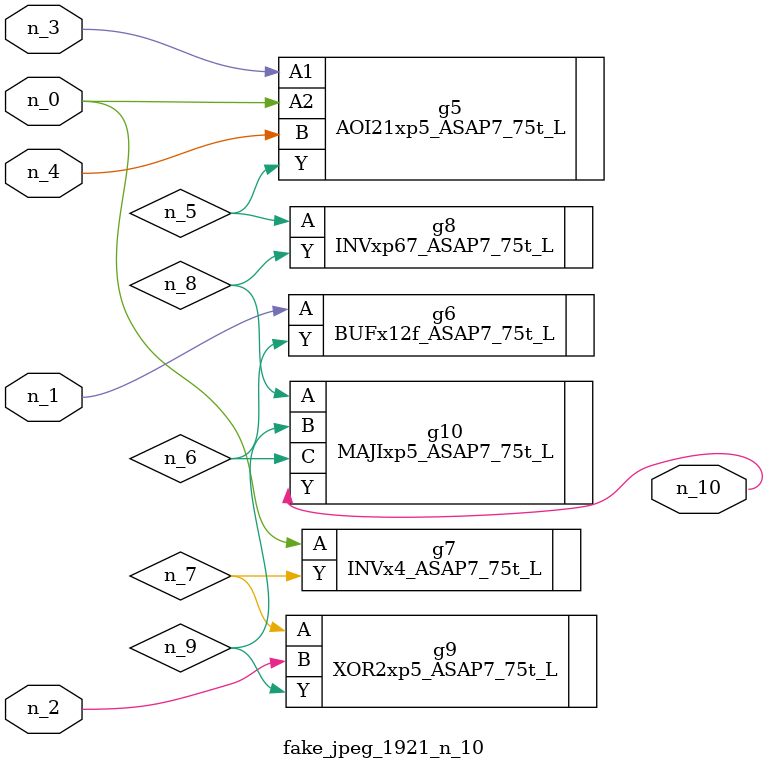
<source format=v>
module fake_jpeg_1921_n_10 (n_3, n_2, n_1, n_0, n_4, n_10);

input n_3;
input n_2;
input n_1;
input n_0;
input n_4;

output n_10;

wire n_8;
wire n_9;
wire n_6;
wire n_5;
wire n_7;

AOI21xp5_ASAP7_75t_L g5 ( 
.A1(n_3),
.A2(n_0),
.B(n_4),
.Y(n_5)
);

BUFx12f_ASAP7_75t_L g6 ( 
.A(n_1),
.Y(n_6)
);

INVx4_ASAP7_75t_L g7 ( 
.A(n_0),
.Y(n_7)
);

INVxp67_ASAP7_75t_L g8 ( 
.A(n_5),
.Y(n_8)
);

MAJIxp5_ASAP7_75t_L g10 ( 
.A(n_8),
.B(n_9),
.C(n_6),
.Y(n_10)
);

XOR2xp5_ASAP7_75t_L g9 ( 
.A(n_7),
.B(n_2),
.Y(n_9)
);


endmodule
</source>
